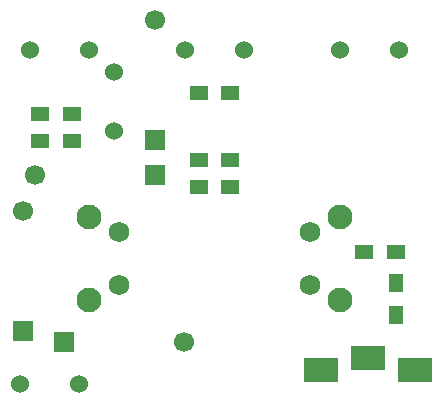
<source format=gbr>
%TF.GenerationSoftware,KiCad,Pcbnew,4.0.3-stable*%
%TF.CreationDate,2016-08-24T18:09:45+01:00*%
%TF.ProjectId,ControlesVolante,436F6E74726F6C6573566F6C616E7465,rev?*%
%TF.FileFunction,Soldermask,Bot*%
%FSLAX46Y46*%
G04 Gerber Fmt 4.6, Leading zero omitted, Abs format (unit mm)*
G04 Created by KiCad (PCBNEW 4.0.3-stable) date Wed Aug 24 18:09:45 2016*
%MOMM*%
%LPD*%
G01*
G04 APERTURE LIST*
%ADD10C,0.100000*%
%ADD11R,3.000000X2.000000*%
%ADD12C,1.699260*%
%ADD13R,1.699260X1.699260*%
%ADD14R,1.300000X1.500000*%
%ADD15R,1.500000X1.300000*%
%ADD16C,1.524000*%
%ADD17C,2.100000*%
%ADD18C,1.750000*%
G04 APERTURE END LIST*
D10*
D11*
X194610000Y-117700000D03*
X186610000Y-117700000D03*
X190610000Y-116700000D03*
D12*
X161407460Y-104239480D03*
D13*
X161407460Y-114399480D03*
D12*
X175070520Y-115297460D03*
D13*
X164910520Y-115297460D03*
D12*
X172607460Y-88039480D03*
D13*
X172607460Y-98199480D03*
D12*
X162449480Y-101202540D03*
D13*
X172609480Y-101202540D03*
D14*
X193010000Y-110350000D03*
X193010000Y-113050000D03*
D15*
X190260000Y-107700000D03*
X192960000Y-107700000D03*
X176260000Y-102200000D03*
X178960000Y-102200000D03*
X178960000Y-99900000D03*
X176260000Y-99900000D03*
X176260000Y-94200000D03*
X178960000Y-94200000D03*
X162860000Y-96000000D03*
X165560000Y-96000000D03*
X162860000Y-98300000D03*
X165560000Y-98300000D03*
D16*
X175110000Y-90600000D03*
X180110000Y-90600000D03*
D17*
X188200000Y-104740000D03*
D18*
X185710000Y-106000000D03*
X185710000Y-110500000D03*
D17*
X188200000Y-111750000D03*
D16*
X193210000Y-90600000D03*
X188210000Y-90600000D03*
X167010000Y-90600000D03*
X162010000Y-90600000D03*
X166110000Y-118900000D03*
X161110000Y-118900000D03*
X169110000Y-97450000D03*
X169110000Y-92450000D03*
D17*
X167020000Y-111760000D03*
D18*
X169510000Y-110500000D03*
X169510000Y-106000000D03*
D17*
X167020000Y-104750000D03*
M02*

</source>
